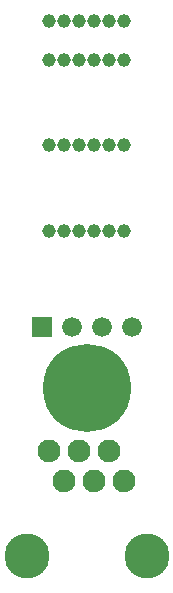
<source format=gbr>
G04 start of page 6 for group -4062 idx -4062 *
G04 Title: (unknown), soldermask *
G04 Creator: pcb 20110918 *
G04 CreationDate: Sun 03 Feb 2013 01:00:49 AM GMT UTC *
G04 For: petersen *
G04 Format: Gerber/RS-274X *
G04 PCB-Dimensions: 63000 200000 *
G04 PCB-Coordinate-Origin: lower left *
%MOIN*%
%FSLAX25Y25*%
%LNBOTTOMMASK*%
%ADD53C,0.1500*%
%ADD52C,0.0660*%
%ADD51C,0.0001*%
%ADD50C,0.2937*%
%ADD49C,0.0760*%
%ADD48C,0.0460*%
G54D48*X24000Y190000D03*
D03*
X29000D03*
D03*
X34000D03*
X19000D03*
X34000D03*
X39000D03*
D03*
X44000D03*
G54D49*X19000Y46500D03*
X24000Y36500D03*
X29000Y46500D03*
X34000Y36500D03*
X39000Y46500D03*
X44000Y36500D03*
G54D50*X31500Y67500D03*
G54D51*G36*
X13200Y91300D02*Y84700D01*
X19800D01*
Y91300D01*
X13200D01*
G37*
G54D52*X26500Y88000D03*
X36500D03*
X46500D03*
G54D53*X11500Y11500D03*
X51500D03*
G54D48*X24000Y120000D03*
X29000D03*
X24000D03*
X29000D03*
X19000D03*
X34000D03*
X39000D03*
X34000D03*
X39000D03*
X44000D03*
X24000Y148500D03*
X29000D03*
X24000D03*
X29000D03*
X19000D03*
X34000D03*
X39000D03*
X34000D03*
X39000D03*
X44000D03*
X34000Y177000D03*
D03*
X39000D03*
D03*
X19000D03*
X24000D03*
X29000D03*
X24000D03*
X29000D03*
X44000D03*
M02*

</source>
